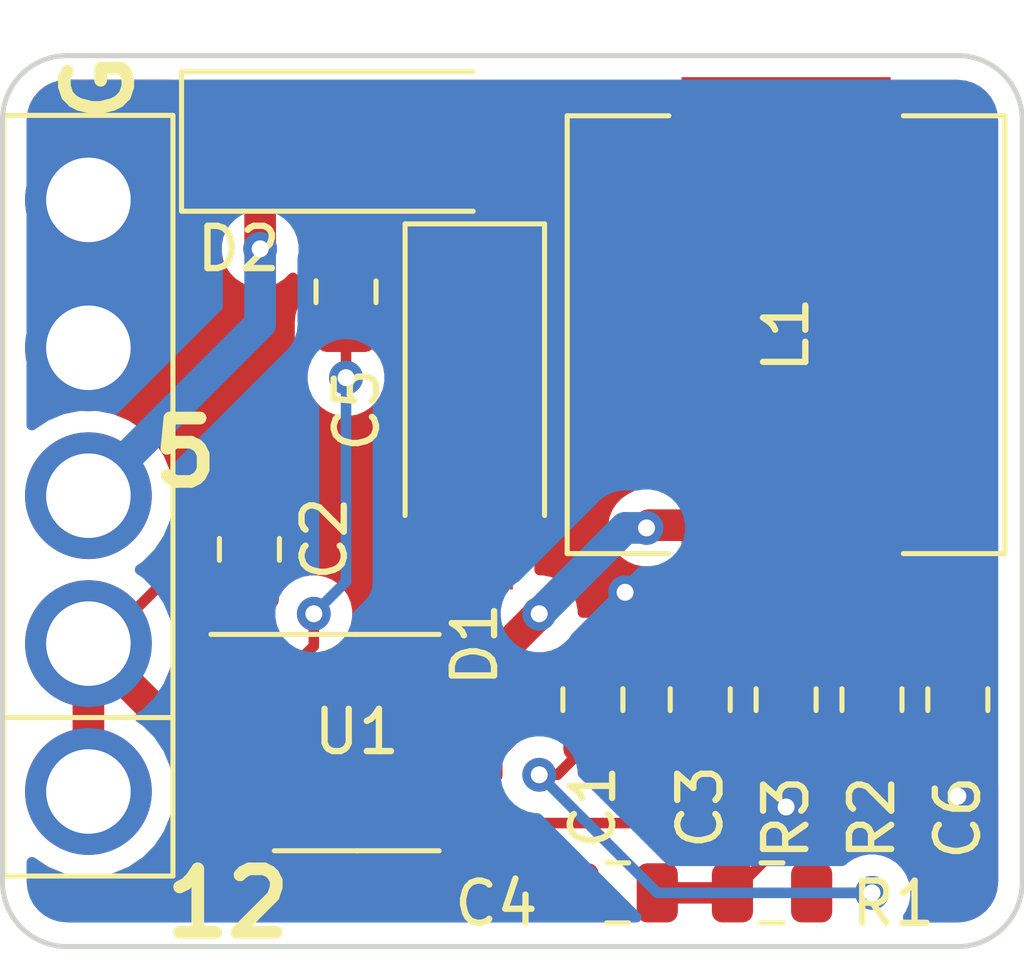
<source format=kicad_pcb>
(kicad_pcb (version 20171130) (host pcbnew "(5.1.4)-1")

  (general
    (thickness 1.6)
    (drawings 11)
    (tracks 63)
    (zones 0)
    (modules 14)
    (nets 12)
  )

  (page A4)
  (layers
    (0 F.Cu signal)
    (31 B.Cu signal)
    (32 B.Adhes user)
    (33 F.Adhes user)
    (34 B.Paste user)
    (35 F.Paste user)
    (36 B.SilkS user)
    (37 F.SilkS user)
    (38 B.Mask user)
    (39 F.Mask user)
    (40 Dwgs.User user)
    (41 Cmts.User user)
    (42 Eco1.User user)
    (43 Eco2.User user)
    (44 Edge.Cuts user)
    (45 Margin user)
    (46 B.CrtYd user)
    (47 F.CrtYd user)
    (48 B.Fab user hide)
    (49 F.Fab user hide)
  )

  (setup
    (last_trace_width 0.25)
    (user_trace_width 0.75)
    (trace_clearance 0.2)
    (zone_clearance 0.508)
    (zone_45_only no)
    (trace_min 0.2)
    (via_size 0.8)
    (via_drill 0.4)
    (via_min_size 0.4)
    (via_min_drill 0.3)
    (uvia_size 0.3)
    (uvia_drill 0.1)
    (uvias_allowed no)
    (uvia_min_size 0.2)
    (uvia_min_drill 0.1)
    (edge_width 0.05)
    (segment_width 0.2)
    (pcb_text_width 0.3)
    (pcb_text_size 1.5 1.5)
    (mod_edge_width 0.12)
    (mod_text_size 1 1)
    (mod_text_width 0.15)
    (pad_size 3 3)
    (pad_drill 2)
    (pad_to_mask_clearance 0.051)
    (solder_mask_min_width 0.25)
    (aux_axis_origin 0 0)
    (visible_elements 7FFFFFFF)
    (pcbplotparams
      (layerselection 0x010fc_ffffffff)
      (usegerberextensions false)
      (usegerberattributes false)
      (usegerberadvancedattributes false)
      (creategerberjobfile false)
      (excludeedgelayer true)
      (linewidth 0.100000)
      (plotframeref false)
      (viasonmask false)
      (mode 1)
      (useauxorigin false)
      (hpglpennumber 1)
      (hpglpenspeed 20)
      (hpglpendiameter 15.000000)
      (psnegative false)
      (psa4output false)
      (plotreference true)
      (plotvalue true)
      (plotinvisibletext false)
      (padsonsilk false)
      (subtractmaskfromsilk false)
      (outputformat 1)
      (mirror false)
      (drillshape 0)
      (scaleselection 1)
      (outputdirectory "fab"))
  )

  (net 0 "")
  (net 1 "Net-(C1-Pad2)")
  (net 2 "Net-(C1-Pad1)")
  (net 3 GND)
  (net 4 +12V)
  (net 5 "Net-(C4-Pad1)")
  (net 6 "Net-(C5-Pad2)")
  (net 7 "Net-(C5-Pad1)")
  (net 8 "Net-(C6-Pad1)")
  (net 9 +5V)
  (net 10 "Net-(R2-Pad2)")
  (net 11 "Net-(U1-Pad3)")

  (net_class Default "This is the default net class."
    (clearance 0.2)
    (trace_width 0.25)
    (via_dia 0.8)
    (via_drill 0.4)
    (uvia_dia 0.3)
    (uvia_drill 0.1)
    (add_net +12V)
    (add_net +5V)
    (add_net GND)
    (add_net "Net-(C1-Pad1)")
    (add_net "Net-(C1-Pad2)")
    (add_net "Net-(C4-Pad1)")
    (add_net "Net-(C5-Pad1)")
    (add_net "Net-(C5-Pad2)")
    (add_net "Net-(C6-Pad1)")
    (add_net "Net-(R2-Pad2)")
    (add_net "Net-(U1-Pad3)")
  )

  (module library:thick_header_01x05_3.3mm (layer F.Cu) (tedit 5FC1DF21) (tstamp 5FC1E0E0)
    (at 139.954 78.232 90)
    (path /5EA2E46F)
    (fp_text reference JIN1 (at 2.032 2.794 90) (layer F.Fab)
      (effects (font (size 1 1) (thickness 0.15)))
    )
    (fp_text value Conn_01x05 (at 0 -3 90) (layer F.Fab)
      (effects (font (size 1 1) (thickness 0.15)))
    )
    (fp_line (start -8.75 1.75) (end -8.75 -1.75) (layer F.CrtYd) (width 0.05))
    (fp_line (start 8.75 1.75) (end -8.75 1.75) (layer F.CrtYd) (width 0.05))
    (fp_line (start 8.75 -1.75) (end 8.75 1.75) (layer F.CrtYd) (width 0.05))
    (fp_line (start -8.75 -1.75) (end 8.75 -1.75) (layer F.CrtYd) (width 0.05))
    (fp_line (start -5.25 -2) (end -5.25 2) (layer F.SilkS) (width 0.12))
    (fp_line (start -9 2) (end -9 -2) (layer F.SilkS) (width 0.12))
    (fp_line (start 9 2) (end -9 2) (layer F.SilkS) (width 0.12))
    (fp_line (start 9 -2) (end 9 2) (layer F.SilkS) (width 0.12))
    (fp_line (start -9 -2) (end 9 -2) (layer F.SilkS) (width 0.12))
    (pad 5 thru_hole circle (at 7 0 90) (size 3 3) (drill 2) (layers *.Cu *.Mask)
      (net 3 GND) (zone_connect 2))
    (pad 4 thru_hole circle (at 3.5 0 90) (size 3 3) (drill 2) (layers *.Cu *.Mask)
      (net 3 GND) (zone_connect 2))
    (pad 3 thru_hole circle (at 0 0 90) (size 3 3) (drill 2) (layers *.Cu *.Mask)
      (net 9 +5V) (zone_connect 2))
    (pad 2 thru_hole circle (at -3.5 0 90) (size 3 3) (drill 2) (layers *.Cu *.Mask)
      (net 4 +12V) (zone_connect 2))
    (pad 1 thru_hole circle (at -7 0 90) (size 3 3) (drill 2) (layers *.Cu *.Mask)
      (net 4 +12V) (zone_connect 2))
  )

  (module Package_SO:SOIC-8_3.9x4.9mm_P1.27mm (layer F.Cu) (tedit 5C97300E) (tstamp 5FC2566D)
    (at 146.304 84.074)
    (descr "SOIC, 8 Pin (JEDEC MS-012AA, https://www.analog.com/media/en/package-pcb-resources/package/pkg_pdf/soic_narrow-r/r_8.pdf), generated with kicad-footprint-generator ipc_gullwing_generator.py")
    (tags "SOIC SO")
    (path /5FC2E056)
    (attr smd)
    (fp_text reference U1 (at 0 -0.254) (layer F.SilkS)
      (effects (font (size 1 1) (thickness 0.15)))
    )
    (fp_text value TPS54233 (at 0 3.4) (layer F.Fab)
      (effects (font (size 1 1) (thickness 0.15)))
    )
    (fp_text user %R (at 0 0) (layer F.Fab)
      (effects (font (size 0.98 0.98) (thickness 0.15)))
    )
    (fp_line (start 3.7 -2.7) (end -3.7 -2.7) (layer F.CrtYd) (width 0.05))
    (fp_line (start 3.7 2.7) (end 3.7 -2.7) (layer F.CrtYd) (width 0.05))
    (fp_line (start -3.7 2.7) (end 3.7 2.7) (layer F.CrtYd) (width 0.05))
    (fp_line (start -3.7 -2.7) (end -3.7 2.7) (layer F.CrtYd) (width 0.05))
    (fp_line (start -1.95 -1.475) (end -0.975 -2.45) (layer F.Fab) (width 0.1))
    (fp_line (start -1.95 2.45) (end -1.95 -1.475) (layer F.Fab) (width 0.1))
    (fp_line (start 1.95 2.45) (end -1.95 2.45) (layer F.Fab) (width 0.1))
    (fp_line (start 1.95 -2.45) (end 1.95 2.45) (layer F.Fab) (width 0.1))
    (fp_line (start -0.975 -2.45) (end 1.95 -2.45) (layer F.Fab) (width 0.1))
    (fp_line (start 0 -2.56) (end -3.45 -2.56) (layer F.SilkS) (width 0.12))
    (fp_line (start 0 -2.56) (end 1.95 -2.56) (layer F.SilkS) (width 0.12))
    (fp_line (start 0 2.56) (end -1.95 2.56) (layer F.SilkS) (width 0.12))
    (fp_line (start 0 2.56) (end 1.95 2.56) (layer F.SilkS) (width 0.12))
    (pad 8 smd roundrect (at 2.475 -1.905) (size 1.95 0.6) (layers F.Cu F.Paste F.Mask) (roundrect_rratio 0.25)
      (net 7 "Net-(C5-Pad1)"))
    (pad 7 smd roundrect (at 2.475 -0.635) (size 1.95 0.6) (layers F.Cu F.Paste F.Mask) (roundrect_rratio 0.25)
      (net 3 GND))
    (pad 6 smd roundrect (at 2.475 0.635) (size 1.95 0.6) (layers F.Cu F.Paste F.Mask) (roundrect_rratio 0.25)
      (net 2 "Net-(C1-Pad1)"))
    (pad 5 smd roundrect (at 2.475 1.905) (size 1.95 0.6) (layers F.Cu F.Paste F.Mask) (roundrect_rratio 0.25)
      (net 10 "Net-(R2-Pad2)"))
    (pad 4 smd roundrect (at -2.475 1.905) (size 1.95 0.6) (layers F.Cu F.Paste F.Mask) (roundrect_rratio 0.25)
      (net 5 "Net-(C4-Pad1)"))
    (pad 3 smd roundrect (at -2.475 0.635) (size 1.95 0.6) (layers F.Cu F.Paste F.Mask) (roundrect_rratio 0.25)
      (net 11 "Net-(U1-Pad3)"))
    (pad 2 smd roundrect (at -2.475 -0.635) (size 1.95 0.6) (layers F.Cu F.Paste F.Mask) (roundrect_rratio 0.25)
      (net 4 +12V))
    (pad 1 smd roundrect (at -2.475 -1.905) (size 1.95 0.6) (layers F.Cu F.Paste F.Mask) (roundrect_rratio 0.25)
      (net 6 "Net-(C5-Pad2)"))
    (model ${KISYS3DMOD}/Package_SO.3dshapes/SOIC-8_3.9x4.9mm_P1.27mm.wrl
      (at (xyz 0 0 0))
      (scale (xyz 1 1 1))
      (rotate (xyz 0 0 0))
    )
  )

  (module Resistor_SMD:R_0805_2012Metric (layer F.Cu) (tedit 5B36C52B) (tstamp 5FC25653)
    (at 156.464 83.058 90)
    (descr "Resistor SMD 0805 (2012 Metric), square (rectangular) end terminal, IPC_7351 nominal, (Body size source: https://docs.google.com/spreadsheets/d/1BsfQQcO9C6DZCsRaXUlFlo91Tg2WpOkGARC1WS5S8t0/edit?usp=sharing), generated with kicad-footprint-generator")
    (tags resistor)
    (path /5FCBF0FD)
    (attr smd)
    (fp_text reference R3 (at -2.794 0 90) (layer F.SilkS)
      (effects (font (size 1 1) (thickness 0.15)))
    )
    (fp_text value 1.91k (at 0 1.65 90) (layer F.Fab)
      (effects (font (size 1 1) (thickness 0.15)))
    )
    (fp_text user %R (at 0 0 90) (layer F.Fab)
      (effects (font (size 0.5 0.5) (thickness 0.08)))
    )
    (fp_line (start 1.68 0.95) (end -1.68 0.95) (layer F.CrtYd) (width 0.05))
    (fp_line (start 1.68 -0.95) (end 1.68 0.95) (layer F.CrtYd) (width 0.05))
    (fp_line (start -1.68 -0.95) (end 1.68 -0.95) (layer F.CrtYd) (width 0.05))
    (fp_line (start -1.68 0.95) (end -1.68 -0.95) (layer F.CrtYd) (width 0.05))
    (fp_line (start -0.258578 0.71) (end 0.258578 0.71) (layer F.SilkS) (width 0.12))
    (fp_line (start -0.258578 -0.71) (end 0.258578 -0.71) (layer F.SilkS) (width 0.12))
    (fp_line (start 1 0.6) (end -1 0.6) (layer F.Fab) (width 0.1))
    (fp_line (start 1 -0.6) (end 1 0.6) (layer F.Fab) (width 0.1))
    (fp_line (start -1 -0.6) (end 1 -0.6) (layer F.Fab) (width 0.1))
    (fp_line (start -1 0.6) (end -1 -0.6) (layer F.Fab) (width 0.1))
    (pad 2 smd roundrect (at 0.9375 0 90) (size 0.975 1.4) (layers F.Cu F.Paste F.Mask) (roundrect_rratio 0.25)
      (net 3 GND))
    (pad 1 smd roundrect (at -0.9375 0 90) (size 0.975 1.4) (layers F.Cu F.Paste F.Mask) (roundrect_rratio 0.25)
      (net 10 "Net-(R2-Pad2)"))
    (model ${KISYS3DMOD}/Resistor_SMD.3dshapes/R_0805_2012Metric.wrl
      (at (xyz 0 0 0))
      (scale (xyz 1 1 1))
      (rotate (xyz 0 0 0))
    )
  )

  (module Resistor_SMD:R_0805_2012Metric (layer F.Cu) (tedit 5B36C52B) (tstamp 5FC25642)
    (at 158.496 83.058 270)
    (descr "Resistor SMD 0805 (2012 Metric), square (rectangular) end terminal, IPC_7351 nominal, (Body size source: https://docs.google.com/spreadsheets/d/1BsfQQcO9C6DZCsRaXUlFlo91Tg2WpOkGARC1WS5S8t0/edit?usp=sharing), generated with kicad-footprint-generator")
    (tags resistor)
    (path /5FCBAD5F)
    (attr smd)
    (fp_text reference R2 (at 2.794 0 90) (layer F.SilkS)
      (effects (font (size 1 1) (thickness 0.15)))
    )
    (fp_text value 10k (at 0 1.65 90) (layer F.Fab)
      (effects (font (size 1 1) (thickness 0.15)))
    )
    (fp_text user %R (at 0 0 90) (layer F.Fab)
      (effects (font (size 0.5 0.5) (thickness 0.08)))
    )
    (fp_line (start 1.68 0.95) (end -1.68 0.95) (layer F.CrtYd) (width 0.05))
    (fp_line (start 1.68 -0.95) (end 1.68 0.95) (layer F.CrtYd) (width 0.05))
    (fp_line (start -1.68 -0.95) (end 1.68 -0.95) (layer F.CrtYd) (width 0.05))
    (fp_line (start -1.68 0.95) (end -1.68 -0.95) (layer F.CrtYd) (width 0.05))
    (fp_line (start -0.258578 0.71) (end 0.258578 0.71) (layer F.SilkS) (width 0.12))
    (fp_line (start -0.258578 -0.71) (end 0.258578 -0.71) (layer F.SilkS) (width 0.12))
    (fp_line (start 1 0.6) (end -1 0.6) (layer F.Fab) (width 0.1))
    (fp_line (start 1 -0.6) (end 1 0.6) (layer F.Fab) (width 0.1))
    (fp_line (start -1 -0.6) (end 1 -0.6) (layer F.Fab) (width 0.1))
    (fp_line (start -1 0.6) (end -1 -0.6) (layer F.Fab) (width 0.1))
    (pad 2 smd roundrect (at 0.9375 0 270) (size 0.975 1.4) (layers F.Cu F.Paste F.Mask) (roundrect_rratio 0.25)
      (net 10 "Net-(R2-Pad2)"))
    (pad 1 smd roundrect (at -0.9375 0 270) (size 0.975 1.4) (layers F.Cu F.Paste F.Mask) (roundrect_rratio 0.25)
      (net 8 "Net-(C6-Pad1)"))
    (model ${KISYS3DMOD}/Resistor_SMD.3dshapes/R_0805_2012Metric.wrl
      (at (xyz 0 0 0))
      (scale (xyz 1 1 1))
      (rotate (xyz 0 0 0))
    )
  )

  (module Resistor_SMD:R_0805_2012Metric (layer F.Cu) (tedit 5B36C52B) (tstamp 5FC25631)
    (at 156.1315 87.63 180)
    (descr "Resistor SMD 0805 (2012 Metric), square (rectangular) end terminal, IPC_7351 nominal, (Body size source: https://docs.google.com/spreadsheets/d/1BsfQQcO9C6DZCsRaXUlFlo91Tg2WpOkGARC1WS5S8t0/edit?usp=sharing), generated with kicad-footprint-generator")
    (tags resistor)
    (path /5FC5CC3B)
    (attr smd)
    (fp_text reference R1 (at -2.8725 -0.254) (layer F.SilkS)
      (effects (font (size 1 1) (thickness 0.15)))
    )
    (fp_text value 21k (at 0 1.65) (layer F.Fab)
      (effects (font (size 1 1) (thickness 0.15)))
    )
    (fp_text user %R (at 0 0) (layer F.Fab)
      (effects (font (size 0.5 0.5) (thickness 0.08)))
    )
    (fp_line (start 1.68 0.95) (end -1.68 0.95) (layer F.CrtYd) (width 0.05))
    (fp_line (start 1.68 -0.95) (end 1.68 0.95) (layer F.CrtYd) (width 0.05))
    (fp_line (start -1.68 -0.95) (end 1.68 -0.95) (layer F.CrtYd) (width 0.05))
    (fp_line (start -1.68 0.95) (end -1.68 -0.95) (layer F.CrtYd) (width 0.05))
    (fp_line (start -0.258578 0.71) (end 0.258578 0.71) (layer F.SilkS) (width 0.12))
    (fp_line (start -0.258578 -0.71) (end 0.258578 -0.71) (layer F.SilkS) (width 0.12))
    (fp_line (start 1 0.6) (end -1 0.6) (layer F.Fab) (width 0.1))
    (fp_line (start 1 -0.6) (end 1 0.6) (layer F.Fab) (width 0.1))
    (fp_line (start -1 -0.6) (end 1 -0.6) (layer F.Fab) (width 0.1))
    (fp_line (start -1 0.6) (end -1 -0.6) (layer F.Fab) (width 0.1))
    (pad 2 smd roundrect (at 0.9375 0 180) (size 0.975 1.4) (layers F.Cu F.Paste F.Mask) (roundrect_rratio 0.25)
      (net 3 GND))
    (pad 1 smd roundrect (at -0.9375 0 180) (size 0.975 1.4) (layers F.Cu F.Paste F.Mask) (roundrect_rratio 0.25)
      (net 1 "Net-(C1-Pad2)"))
    (model ${KISYS3DMOD}/Resistor_SMD.3dshapes/R_0805_2012Metric.wrl
      (at (xyz 0 0 0))
      (scale (xyz 1 1 1))
      (rotate (xyz 0 0 0))
    )
  )

  (module Inductor_SMD:L_Vishay_IHLP-4040 (layer F.Cu) (tedit 5990349D) (tstamp 5FC25620)
    (at 156.464 74.422 90)
    (descr "Inductor, Vishay, IHLP series, 10.2mmx10.2mm")
    (tags "inductor vishay ihlp smd")
    (path /5FC9734C)
    (attr smd)
    (fp_text reference L1 (at 0 0 90) (layer F.SilkS)
      (effects (font (size 1 1) (thickness 0.15)))
    )
    (fp_text value 22u (at 0 6.58 90) (layer F.Fab)
      (effects (font (size 1 1) (thickness 0.15)))
    )
    (fp_line (start 6.35 -5.35) (end -6.35 -5.35) (layer F.CrtYd) (width 0.05))
    (fp_line (start 6.35 5.35) (end 6.35 -5.35) (layer F.CrtYd) (width 0.05))
    (fp_line (start -6.35 5.35) (end 6.35 5.35) (layer F.CrtYd) (width 0.05))
    (fp_line (start -6.35 -5.35) (end -6.35 5.35) (layer F.CrtYd) (width 0.05))
    (fp_line (start 5.18 5.18) (end 5.18 2.775) (layer F.SilkS) (width 0.12))
    (fp_line (start -5.18 5.18) (end 5.18 5.18) (layer F.SilkS) (width 0.12))
    (fp_line (start -5.18 2.775) (end -5.18 5.18) (layer F.SilkS) (width 0.12))
    (fp_line (start 5.18 -5.18) (end 5.18 -2.775) (layer F.SilkS) (width 0.12))
    (fp_line (start -5.18 -5.18) (end 5.18 -5.18) (layer F.SilkS) (width 0.12))
    (fp_line (start -5.18 -2.775) (end -5.18 -5.18) (layer F.SilkS) (width 0.12))
    (fp_line (start 5.08 -5.08) (end -5.08 -5.08) (layer F.Fab) (width 0.1))
    (fp_line (start 5.08 5.08) (end 5.08 -5.08) (layer F.Fab) (width 0.1))
    (fp_line (start -5.08 5.08) (end 5.08 5.08) (layer F.Fab) (width 0.1))
    (fp_line (start -5.08 -5.08) (end -5.08 5.08) (layer F.Fab) (width 0.1))
    (fp_text user %R (at 0 0 90) (layer F.Fab)
      (effects (font (size 1 1) (thickness 0.15)))
    )
    (pad 2 smd rect (at 4.5075 0 90) (size 3.175 4.95) (layers F.Cu F.Paste F.Mask)
      (net 8 "Net-(C6-Pad1)"))
    (pad 1 smd rect (at -4.5075 0 90) (size 3.175 4.95) (layers F.Cu F.Paste F.Mask)
      (net 7 "Net-(C5-Pad1)"))
    (model ${KISYS3DMOD}/Inductor_SMD.3dshapes/L_Vishay_IHLP-4040.wrl
      (at (xyz 0 0 0))
      (scale (xyz 1 1 1))
      (rotate (xyz 0 0 0))
    )
  )

  (module Diode_SMD:D_SMA_Handsoldering (layer F.Cu) (tedit 58643398) (tstamp 5FC2560B)
    (at 146.558 69.85)
    (descr "Diode SMA (DO-214AC) Handsoldering")
    (tags "Diode SMA (DO-214AC) Handsoldering")
    (path /5FCAE4FD)
    (attr smd)
    (fp_text reference D2 (at -3.048 2.54) (layer F.SilkS)
      (effects (font (size 1 1) (thickness 0.15)))
    )
    (fp_text value B240A (at 0 2.6) (layer F.Fab)
      (effects (font (size 1 1) (thickness 0.15)))
    )
    (fp_line (start -4.4 -1.65) (end 2.5 -1.65) (layer F.SilkS) (width 0.12))
    (fp_line (start -4.4 1.65) (end 2.5 1.65) (layer F.SilkS) (width 0.12))
    (fp_line (start -0.64944 0.00102) (end 0.50118 -0.79908) (layer F.Fab) (width 0.1))
    (fp_line (start -0.64944 0.00102) (end 0.50118 0.75032) (layer F.Fab) (width 0.1))
    (fp_line (start 0.50118 0.75032) (end 0.50118 -0.79908) (layer F.Fab) (width 0.1))
    (fp_line (start -0.64944 -0.79908) (end -0.64944 0.80112) (layer F.Fab) (width 0.1))
    (fp_line (start 0.50118 0.00102) (end 1.4994 0.00102) (layer F.Fab) (width 0.1))
    (fp_line (start -0.64944 0.00102) (end -1.55114 0.00102) (layer F.Fab) (width 0.1))
    (fp_line (start -4.5 1.75) (end -4.5 -1.75) (layer F.CrtYd) (width 0.05))
    (fp_line (start 4.5 1.75) (end -4.5 1.75) (layer F.CrtYd) (width 0.05))
    (fp_line (start 4.5 -1.75) (end 4.5 1.75) (layer F.CrtYd) (width 0.05))
    (fp_line (start -4.5 -1.75) (end 4.5 -1.75) (layer F.CrtYd) (width 0.05))
    (fp_line (start 2.3 -1.5) (end -2.3 -1.5) (layer F.Fab) (width 0.1))
    (fp_line (start 2.3 -1.5) (end 2.3 1.5) (layer F.Fab) (width 0.1))
    (fp_line (start -2.3 1.5) (end -2.3 -1.5) (layer F.Fab) (width 0.1))
    (fp_line (start 2.3 1.5) (end -2.3 1.5) (layer F.Fab) (width 0.1))
    (fp_line (start -4.4 -1.65) (end -4.4 1.65) (layer F.SilkS) (width 0.12))
    (fp_text user %R (at 0 -2.5) (layer F.Fab)
      (effects (font (size 1 1) (thickness 0.15)))
    )
    (pad 2 smd rect (at 2.5 0) (size 3.5 1.8) (layers F.Cu F.Paste F.Mask)
      (net 8 "Net-(C6-Pad1)"))
    (pad 1 smd rect (at -2.5 0) (size 3.5 1.8) (layers F.Cu F.Paste F.Mask)
      (net 9 +5V))
    (model ${KISYS3DMOD}/Diode_SMD.3dshapes/D_SMA.wrl
      (at (xyz 0 0 0))
      (scale (xyz 1 1 1))
      (rotate (xyz 0 0 0))
    )
  )

  (module Diode_SMD:D_SMA_Handsoldering (layer F.Cu) (tedit 58643398) (tstamp 5FC255F3)
    (at 149.098 76.2 270)
    (descr "Diode SMA (DO-214AC) Handsoldering")
    (tags "Diode SMA (DO-214AC) Handsoldering")
    (path /5FC8EC9D)
    (attr smd)
    (fp_text reference D1 (at 5.548 0 90) (layer F.SilkS)
      (effects (font (size 1 1) (thickness 0.15)))
    )
    (fp_text value B240A (at 0 2.6 90) (layer F.Fab)
      (effects (font (size 1 1) (thickness 0.15)))
    )
    (fp_line (start -4.4 -1.65) (end 2.5 -1.65) (layer F.SilkS) (width 0.12))
    (fp_line (start -4.4 1.65) (end 2.5 1.65) (layer F.SilkS) (width 0.12))
    (fp_line (start -0.64944 0.00102) (end 0.50118 -0.79908) (layer F.Fab) (width 0.1))
    (fp_line (start -0.64944 0.00102) (end 0.50118 0.75032) (layer F.Fab) (width 0.1))
    (fp_line (start 0.50118 0.75032) (end 0.50118 -0.79908) (layer F.Fab) (width 0.1))
    (fp_line (start -0.64944 -0.79908) (end -0.64944 0.80112) (layer F.Fab) (width 0.1))
    (fp_line (start 0.50118 0.00102) (end 1.4994 0.00102) (layer F.Fab) (width 0.1))
    (fp_line (start -0.64944 0.00102) (end -1.55114 0.00102) (layer F.Fab) (width 0.1))
    (fp_line (start -4.5 1.75) (end -4.5 -1.75) (layer F.CrtYd) (width 0.05))
    (fp_line (start 4.5 1.75) (end -4.5 1.75) (layer F.CrtYd) (width 0.05))
    (fp_line (start 4.5 -1.75) (end 4.5 1.75) (layer F.CrtYd) (width 0.05))
    (fp_line (start -4.5 -1.75) (end 4.5 -1.75) (layer F.CrtYd) (width 0.05))
    (fp_line (start 2.3 -1.5) (end -2.3 -1.5) (layer F.Fab) (width 0.1))
    (fp_line (start 2.3 -1.5) (end 2.3 1.5) (layer F.Fab) (width 0.1))
    (fp_line (start -2.3 1.5) (end -2.3 -1.5) (layer F.Fab) (width 0.1))
    (fp_line (start 2.3 1.5) (end -2.3 1.5) (layer F.Fab) (width 0.1))
    (fp_line (start -4.4 -1.65) (end -4.4 1.65) (layer F.SilkS) (width 0.12))
    (fp_text user %R (at 0 -2.5 90) (layer F.Fab)
      (effects (font (size 1 1) (thickness 0.15)))
    )
    (pad 2 smd rect (at 2.5 0 270) (size 3.5 1.8) (layers F.Cu F.Paste F.Mask)
      (net 3 GND))
    (pad 1 smd rect (at -2.5 0 270) (size 3.5 1.8) (layers F.Cu F.Paste F.Mask)
      (net 7 "Net-(C5-Pad1)"))
    (model ${KISYS3DMOD}/Diode_SMD.3dshapes/D_SMA.wrl
      (at (xyz 0 0 0))
      (scale (xyz 1 1 1))
      (rotate (xyz 0 0 0))
    )
  )

  (module Capacitor_SMD:C_0805_2012Metric (layer F.Cu) (tedit 5B36C52B) (tstamp 5FC255DB)
    (at 160.528 83.058 270)
    (descr "Capacitor SMD 0805 (2012 Metric), square (rectangular) end terminal, IPC_7351 nominal, (Body size source: https://docs.google.com/spreadsheets/d/1BsfQQcO9C6DZCsRaXUlFlo91Tg2WpOkGARC1WS5S8t0/edit?usp=sharing), generated with kicad-footprint-generator")
    (tags capacitor)
    (path /5FC9E322)
    (attr smd)
    (fp_text reference C6 (at 2.794 0 90) (layer F.SilkS)
      (effects (font (size 1 1) (thickness 0.15)))
    )
    (fp_text value 47u (at 0 1.65 90) (layer F.Fab)
      (effects (font (size 1 1) (thickness 0.15)))
    )
    (fp_text user %R (at 0 0 90) (layer F.Fab)
      (effects (font (size 0.5 0.5) (thickness 0.08)))
    )
    (fp_line (start 1.68 0.95) (end -1.68 0.95) (layer F.CrtYd) (width 0.05))
    (fp_line (start 1.68 -0.95) (end 1.68 0.95) (layer F.CrtYd) (width 0.05))
    (fp_line (start -1.68 -0.95) (end 1.68 -0.95) (layer F.CrtYd) (width 0.05))
    (fp_line (start -1.68 0.95) (end -1.68 -0.95) (layer F.CrtYd) (width 0.05))
    (fp_line (start -0.258578 0.71) (end 0.258578 0.71) (layer F.SilkS) (width 0.12))
    (fp_line (start -0.258578 -0.71) (end 0.258578 -0.71) (layer F.SilkS) (width 0.12))
    (fp_line (start 1 0.6) (end -1 0.6) (layer F.Fab) (width 0.1))
    (fp_line (start 1 -0.6) (end 1 0.6) (layer F.Fab) (width 0.1))
    (fp_line (start -1 -0.6) (end 1 -0.6) (layer F.Fab) (width 0.1))
    (fp_line (start -1 0.6) (end -1 -0.6) (layer F.Fab) (width 0.1))
    (pad 2 smd roundrect (at 0.9375 0 270) (size 0.975 1.4) (layers F.Cu F.Paste F.Mask) (roundrect_rratio 0.25)
      (net 3 GND))
    (pad 1 smd roundrect (at -0.9375 0 270) (size 0.975 1.4) (layers F.Cu F.Paste F.Mask) (roundrect_rratio 0.25)
      (net 8 "Net-(C6-Pad1)"))
    (model ${KISYS3DMOD}/Capacitor_SMD.3dshapes/C_0805_2012Metric.wrl
      (at (xyz 0 0 0))
      (scale (xyz 1 1 1))
      (rotate (xyz 0 0 0))
    )
  )

  (module Capacitor_SMD:C_0805_2012Metric (layer F.Cu) (tedit 5B36C52B) (tstamp 5FC255CA)
    (at 146.05 73.406 270)
    (descr "Capacitor SMD 0805 (2012 Metric), square (rectangular) end terminal, IPC_7351 nominal, (Body size source: https://docs.google.com/spreadsheets/d/1BsfQQcO9C6DZCsRaXUlFlo91Tg2WpOkGARC1WS5S8t0/edit?usp=sharing), generated with kicad-footprint-generator")
    (tags capacitor)
    (path /5FC86EA2)
    (attr smd)
    (fp_text reference C5 (at 2.794 -0.254 90) (layer F.SilkS)
      (effects (font (size 1 1) (thickness 0.15)))
    )
    (fp_text value 0.1u (at 0 1.65 90) (layer F.Fab)
      (effects (font (size 1 1) (thickness 0.15)))
    )
    (fp_text user %R (at 0 0 90) (layer F.Fab)
      (effects (font (size 0.5 0.5) (thickness 0.08)))
    )
    (fp_line (start 1.68 0.95) (end -1.68 0.95) (layer F.CrtYd) (width 0.05))
    (fp_line (start 1.68 -0.95) (end 1.68 0.95) (layer F.CrtYd) (width 0.05))
    (fp_line (start -1.68 -0.95) (end 1.68 -0.95) (layer F.CrtYd) (width 0.05))
    (fp_line (start -1.68 0.95) (end -1.68 -0.95) (layer F.CrtYd) (width 0.05))
    (fp_line (start -0.258578 0.71) (end 0.258578 0.71) (layer F.SilkS) (width 0.12))
    (fp_line (start -0.258578 -0.71) (end 0.258578 -0.71) (layer F.SilkS) (width 0.12))
    (fp_line (start 1 0.6) (end -1 0.6) (layer F.Fab) (width 0.1))
    (fp_line (start 1 -0.6) (end 1 0.6) (layer F.Fab) (width 0.1))
    (fp_line (start -1 -0.6) (end 1 -0.6) (layer F.Fab) (width 0.1))
    (fp_line (start -1 0.6) (end -1 -0.6) (layer F.Fab) (width 0.1))
    (pad 2 smd roundrect (at 0.9375 0 270) (size 0.975 1.4) (layers F.Cu F.Paste F.Mask) (roundrect_rratio 0.25)
      (net 6 "Net-(C5-Pad2)"))
    (pad 1 smd roundrect (at -0.9375 0 270) (size 0.975 1.4) (layers F.Cu F.Paste F.Mask) (roundrect_rratio 0.25)
      (net 7 "Net-(C5-Pad1)"))
    (model ${KISYS3DMOD}/Capacitor_SMD.3dshapes/C_0805_2012Metric.wrl
      (at (xyz 0 0 0))
      (scale (xyz 1 1 1))
      (rotate (xyz 0 0 0))
    )
  )

  (module Capacitor_SMD:C_0805_2012Metric (layer F.Cu) (tedit 5B36C52B) (tstamp 5FC255B9)
    (at 152.4785 87.63)
    (descr "Capacitor SMD 0805 (2012 Metric), square (rectangular) end terminal, IPC_7351 nominal, (Body size source: https://docs.google.com/spreadsheets/d/1BsfQQcO9C6DZCsRaXUlFlo91Tg2WpOkGARC1WS5S8t0/edit?usp=sharing), generated with kicad-footprint-generator")
    (tags capacitor)
    (path /5FC76CEC)
    (attr smd)
    (fp_text reference C4 (at -2.8725 0.254) (layer F.SilkS)
      (effects (font (size 1 1) (thickness 0.15)))
    )
    (fp_text value 0.015u (at 0 1.65) (layer F.Fab)
      (effects (font (size 1 1) (thickness 0.15)))
    )
    (fp_text user %R (at 0 0) (layer F.Fab)
      (effects (font (size 0.5 0.5) (thickness 0.08)))
    )
    (fp_line (start 1.68 0.95) (end -1.68 0.95) (layer F.CrtYd) (width 0.05))
    (fp_line (start 1.68 -0.95) (end 1.68 0.95) (layer F.CrtYd) (width 0.05))
    (fp_line (start -1.68 -0.95) (end 1.68 -0.95) (layer F.CrtYd) (width 0.05))
    (fp_line (start -1.68 0.95) (end -1.68 -0.95) (layer F.CrtYd) (width 0.05))
    (fp_line (start -0.258578 0.71) (end 0.258578 0.71) (layer F.SilkS) (width 0.12))
    (fp_line (start -0.258578 -0.71) (end 0.258578 -0.71) (layer F.SilkS) (width 0.12))
    (fp_line (start 1 0.6) (end -1 0.6) (layer F.Fab) (width 0.1))
    (fp_line (start 1 -0.6) (end 1 0.6) (layer F.Fab) (width 0.1))
    (fp_line (start -1 -0.6) (end 1 -0.6) (layer F.Fab) (width 0.1))
    (fp_line (start -1 0.6) (end -1 -0.6) (layer F.Fab) (width 0.1))
    (pad 2 smd roundrect (at 0.9375 0) (size 0.975 1.4) (layers F.Cu F.Paste F.Mask) (roundrect_rratio 0.25)
      (net 3 GND))
    (pad 1 smd roundrect (at -0.9375 0) (size 0.975 1.4) (layers F.Cu F.Paste F.Mask) (roundrect_rratio 0.25)
      (net 5 "Net-(C4-Pad1)"))
    (model ${KISYS3DMOD}/Capacitor_SMD.3dshapes/C_0805_2012Metric.wrl
      (at (xyz 0 0 0))
      (scale (xyz 1 1 1))
      (rotate (xyz 0 0 0))
    )
  )

  (module Capacitor_SMD:C_0805_2012Metric (layer F.Cu) (tedit 5B36C52B) (tstamp 5FC255A8)
    (at 154.432 83.058 90)
    (descr "Capacitor SMD 0805 (2012 Metric), square (rectangular) end terminal, IPC_7351 nominal, (Body size source: https://docs.google.com/spreadsheets/d/1BsfQQcO9C6DZCsRaXUlFlo91Tg2WpOkGARC1WS5S8t0/edit?usp=sharing), generated with kicad-footprint-generator")
    (tags capacitor)
    (path /5FC5AA7D)
    (attr smd)
    (fp_text reference C3 (at -2.54 0 90) (layer F.SilkS)
      (effects (font (size 1 1) (thickness 0.15)))
    )
    (fp_text value 68p (at 0 1.65 90) (layer F.Fab)
      (effects (font (size 1 1) (thickness 0.15)))
    )
    (fp_text user %R (at 0 0 90) (layer F.Fab)
      (effects (font (size 0.5 0.5) (thickness 0.08)))
    )
    (fp_line (start 1.68 0.95) (end -1.68 0.95) (layer F.CrtYd) (width 0.05))
    (fp_line (start 1.68 -0.95) (end 1.68 0.95) (layer F.CrtYd) (width 0.05))
    (fp_line (start -1.68 -0.95) (end 1.68 -0.95) (layer F.CrtYd) (width 0.05))
    (fp_line (start -1.68 0.95) (end -1.68 -0.95) (layer F.CrtYd) (width 0.05))
    (fp_line (start -0.258578 0.71) (end 0.258578 0.71) (layer F.SilkS) (width 0.12))
    (fp_line (start -0.258578 -0.71) (end 0.258578 -0.71) (layer F.SilkS) (width 0.12))
    (fp_line (start 1 0.6) (end -1 0.6) (layer F.Fab) (width 0.1))
    (fp_line (start 1 -0.6) (end 1 0.6) (layer F.Fab) (width 0.1))
    (fp_line (start -1 -0.6) (end 1 -0.6) (layer F.Fab) (width 0.1))
    (fp_line (start -1 0.6) (end -1 -0.6) (layer F.Fab) (width 0.1))
    (pad 2 smd roundrect (at 0.9375 0 90) (size 0.975 1.4) (layers F.Cu F.Paste F.Mask) (roundrect_rratio 0.25)
      (net 3 GND))
    (pad 1 smd roundrect (at -0.9375 0 90) (size 0.975 1.4) (layers F.Cu F.Paste F.Mask) (roundrect_rratio 0.25)
      (net 2 "Net-(C1-Pad1)"))
    (model ${KISYS3DMOD}/Capacitor_SMD.3dshapes/C_0805_2012Metric.wrl
      (at (xyz 0 0 0))
      (scale (xyz 1 1 1))
      (rotate (xyz 0 0 0))
    )
  )

  (module Capacitor_SMD:C_0805_2012Metric (layer F.Cu) (tedit 5B36C52B) (tstamp 5FC25597)
    (at 143.764 79.502 90)
    (descr "Capacitor SMD 0805 (2012 Metric), square (rectangular) end terminal, IPC_7351 nominal, (Body size source: https://docs.google.com/spreadsheets/d/1BsfQQcO9C6DZCsRaXUlFlo91Tg2WpOkGARC1WS5S8t0/edit?usp=sharing), generated with kicad-footprint-generator")
    (tags capacitor)
    (path /5FC35A23)
    (attr smd)
    (fp_text reference C2 (at 0.254 1.778 90) (layer F.SilkS)
      (effects (font (size 1 1) (thickness 0.15)))
    )
    (fp_text value 10u (at 0 1.65 90) (layer F.Fab)
      (effects (font (size 1 1) (thickness 0.15)))
    )
    (fp_text user %R (at 0 0 90) (layer F.Fab)
      (effects (font (size 0.5 0.5) (thickness 0.08)))
    )
    (fp_line (start 1.68 0.95) (end -1.68 0.95) (layer F.CrtYd) (width 0.05))
    (fp_line (start 1.68 -0.95) (end 1.68 0.95) (layer F.CrtYd) (width 0.05))
    (fp_line (start -1.68 -0.95) (end 1.68 -0.95) (layer F.CrtYd) (width 0.05))
    (fp_line (start -1.68 0.95) (end -1.68 -0.95) (layer F.CrtYd) (width 0.05))
    (fp_line (start -0.258578 0.71) (end 0.258578 0.71) (layer F.SilkS) (width 0.12))
    (fp_line (start -0.258578 -0.71) (end 0.258578 -0.71) (layer F.SilkS) (width 0.12))
    (fp_line (start 1 0.6) (end -1 0.6) (layer F.Fab) (width 0.1))
    (fp_line (start 1 -0.6) (end 1 0.6) (layer F.Fab) (width 0.1))
    (fp_line (start -1 -0.6) (end 1 -0.6) (layer F.Fab) (width 0.1))
    (fp_line (start -1 0.6) (end -1 -0.6) (layer F.Fab) (width 0.1))
    (pad 2 smd roundrect (at 0.9375 0 90) (size 0.975 1.4) (layers F.Cu F.Paste F.Mask) (roundrect_rratio 0.25)
      (net 3 GND))
    (pad 1 smd roundrect (at -0.9375 0 90) (size 0.975 1.4) (layers F.Cu F.Paste F.Mask) (roundrect_rratio 0.25)
      (net 4 +12V))
    (model ${KISYS3DMOD}/Capacitor_SMD.3dshapes/C_0805_2012Metric.wrl
      (at (xyz 0 0 0))
      (scale (xyz 1 1 1))
      (rotate (xyz 0 0 0))
    )
  )

  (module Capacitor_SMD:C_0805_2012Metric (layer F.Cu) (tedit 5B36C52B) (tstamp 5FC25586)
    (at 151.892 83.058 270)
    (descr "Capacitor SMD 0805 (2012 Metric), square (rectangular) end terminal, IPC_7351 nominal, (Body size source: https://docs.google.com/spreadsheets/d/1BsfQQcO9C6DZCsRaXUlFlo91Tg2WpOkGARC1WS5S8t0/edit?usp=sharing), generated with kicad-footprint-generator")
    (tags capacitor)
    (path /5FC5874D)
    (attr smd)
    (fp_text reference C1 (at 2.54 0 90) (layer F.SilkS)
      (effects (font (size 1 1) (thickness 0.15)))
    )
    (fp_text value 1800p (at 0 1.65 90) (layer F.Fab)
      (effects (font (size 1 1) (thickness 0.15)))
    )
    (fp_text user %R (at 0 0 90) (layer F.Fab)
      (effects (font (size 0.5 0.5) (thickness 0.08)))
    )
    (fp_line (start 1.68 0.95) (end -1.68 0.95) (layer F.CrtYd) (width 0.05))
    (fp_line (start 1.68 -0.95) (end 1.68 0.95) (layer F.CrtYd) (width 0.05))
    (fp_line (start -1.68 -0.95) (end 1.68 -0.95) (layer F.CrtYd) (width 0.05))
    (fp_line (start -1.68 0.95) (end -1.68 -0.95) (layer F.CrtYd) (width 0.05))
    (fp_line (start -0.258578 0.71) (end 0.258578 0.71) (layer F.SilkS) (width 0.12))
    (fp_line (start -0.258578 -0.71) (end 0.258578 -0.71) (layer F.SilkS) (width 0.12))
    (fp_line (start 1 0.6) (end -1 0.6) (layer F.Fab) (width 0.1))
    (fp_line (start 1 -0.6) (end 1 0.6) (layer F.Fab) (width 0.1))
    (fp_line (start -1 -0.6) (end 1 -0.6) (layer F.Fab) (width 0.1))
    (fp_line (start -1 0.6) (end -1 -0.6) (layer F.Fab) (width 0.1))
    (pad 2 smd roundrect (at 0.9375 0 270) (size 0.975 1.4) (layers F.Cu F.Paste F.Mask) (roundrect_rratio 0.25)
      (net 1 "Net-(C1-Pad2)"))
    (pad 1 smd roundrect (at -0.9375 0 270) (size 0.975 1.4) (layers F.Cu F.Paste F.Mask) (roundrect_rratio 0.25)
      (net 2 "Net-(C1-Pad1)"))
    (model ${KISYS3DMOD}/Capacitor_SMD.3dshapes/C_0805_2012Metric.wrl
      (at (xyz 0 0 0))
      (scale (xyz 1 1 1))
      (rotate (xyz 0 0 0))
    )
  )

  (gr_text 5 (at 142.24 77.216) (layer F.SilkS) (tstamp 5FC1EE7F)
    (effects (font (size 1.5 1.5) (thickness 0.3)))
  )
  (gr_text G (at 140.208 68.58 90) (layer F.SilkS) (tstamp 5FC1EE85)
    (effects (font (size 1.5 1.5) (thickness 0.3)))
  )
  (gr_text 12 (at 143.256 87.884) (layer F.SilkS)
    (effects (font (size 1.5 1.5) (thickness 0.3)))
  )
  (gr_line (start 139.446 88.9) (end 160.528 88.9) (layer Edge.Cuts) (width 0.12) (tstamp 5FC25FA2))
  (gr_arc (start 139.446 87.376) (end 137.922 87.376) (angle -90) (layer Edge.Cuts) (width 0.12) (tstamp 5FC25FA1))
  (gr_arc (start 160.528 69.342) (end 162.052 69.342) (angle -90) (layer Edge.Cuts) (width 0.12) (tstamp 5FC25FA0))
  (gr_arc (start 160.528 87.376) (end 160.528 88.9) (angle -90) (layer Edge.Cuts) (width 0.12) (tstamp 5FC25F9F))
  (gr_line (start 137.922 69.342) (end 137.922 87.376) (layer Edge.Cuts) (width 0.12) (tstamp 5FC25F9E))
  (gr_line (start 162.052 87.376) (end 162.052 69.342) (layer Edge.Cuts) (width 0.12) (tstamp 5FC25F9D))
  (gr_arc (start 139.446 69.342) (end 139.446 67.818) (angle -90) (layer Edge.Cuts) (width 0.12) (tstamp 5FC25F9C))
  (gr_line (start 160.528 67.818) (end 139.446 67.818) (layer Edge.Cuts) (width 0.12) (tstamp 5FC25F9B))

  (via (at 158.496 87.63) (size 0.8) (drill 0.4) (layers F.Cu B.Cu) (net 1))
  (segment (start 157.069 87.63) (end 158.496 87.63) (width 0.25) (layer F.Cu) (net 1))
  (via (at 150.622 84.836) (size 0.8) (drill 0.4) (layers F.Cu B.Cu) (net 1))
  (segment (start 158.496 87.63) (end 153.416 87.63) (width 0.25) (layer B.Cu) (net 1))
  (segment (start 153.416 87.63) (end 150.622 84.836) (width 0.25) (layer B.Cu) (net 1))
  (segment (start 151.0515 84.836) (end 151.892 83.9955) (width 0.25) (layer F.Cu) (net 1))
  (segment (start 150.622 84.836) (end 151.0515 84.836) (width 0.25) (layer F.Cu) (net 1))
  (segment (start 152.557 82.1205) (end 151.892 82.1205) (width 0.25) (layer F.Cu) (net 2))
  (segment (start 154.432 83.9955) (end 152.557 82.1205) (width 0.25) (layer F.Cu) (net 2))
  (segment (start 149.3035 84.709) (end 148.779 84.709) (width 0.25) (layer F.Cu) (net 2))
  (segment (start 151.892 82.1205) (end 149.3035 84.709) (width 0.25) (layer F.Cu) (net 2))
  (via (at 160.528 85.344) (size 0.8) (drill 0.4) (layers F.Cu B.Cu) (net 3))
  (segment (start 160.528 83.9955) (end 160.528 85.344) (width 0.75) (layer F.Cu) (net 3))
  (segment (start 156.464 82.1205) (end 154.432 82.1205) (width 0.25) (layer F.Cu) (net 3))
  (via (at 152.654 80.518) (size 0.8) (drill 0.4) (layers F.Cu B.Cu) (net 3))
  (segment (start 154.432 82.1205) (end 154.2565 82.1205) (width 0.25) (layer F.Cu) (net 3))
  (segment (start 154.2565 82.1205) (end 152.654 80.518) (width 0.25) (layer F.Cu) (net 3))
  (via (at 156.464 85.598) (size 0.8) (drill 0.4) (layers F.Cu B.Cu) (net 3))
  (segment (start 155.194 87.63) (end 156.464 86.36) (width 0.25) (layer F.Cu) (net 3))
  (segment (start 156.464 86.36) (end 156.464 85.598) (width 0.25) (layer F.Cu) (net 3))
  (segment (start 141.661 83.439) (end 143.829 83.439) (width 0.75) (layer F.Cu) (net 4))
  (segment (start 139.954 81.732) (end 141.661 83.439) (width 0.75) (layer F.Cu) (net 4))
  (segment (start 139.954 85.232) (end 139.954 81.732) (width 0.75) (layer F.Cu) (net 4))
  (segment (start 141.5565 80.4395) (end 143.764 80.4395) (width 0.25) (layer F.Cu) (net 4))
  (segment (start 139.954 81.732) (end 140.264 81.732) (width 0.25) (layer F.Cu) (net 4))
  (segment (start 140.264 81.732) (end 141.5565 80.4395) (width 0.25) (layer F.Cu) (net 4))
  (segment (start 145.48 87.63) (end 143.829 85.979) (width 0.25) (layer F.Cu) (net 5))
  (segment (start 151.541 87.63) (end 145.48 87.63) (width 0.25) (layer F.Cu) (net 5))
  (via (at 146.05 75.438) (size 0.8) (drill 0.4) (layers F.Cu B.Cu) (net 6))
  (segment (start 146.05 74.3435) (end 146.05 75.438) (width 0.25) (layer F.Cu) (net 6))
  (via (at 145.288 81.026) (size 0.8) (drill 0.4) (layers F.Cu B.Cu) (net 6))
  (segment (start 146.05 75.438) (end 146.05 80.264) (width 0.25) (layer B.Cu) (net 6))
  (segment (start 146.05 80.264) (end 145.288 81.026) (width 0.25) (layer B.Cu) (net 6))
  (segment (start 145.288 81.026) (end 145.288 81.788) (width 0.25) (layer F.Cu) (net 6))
  (segment (start 144.907 82.169) (end 143.829 82.169) (width 0.25) (layer F.Cu) (net 6))
  (segment (start 145.288 81.788) (end 144.907 82.169) (width 0.25) (layer F.Cu) (net 6))
  (segment (start 147.8665 72.4685) (end 149.098 73.7) (width 0.25) (layer F.Cu) (net 7))
  (segment (start 146.05 72.4685) (end 147.8665 72.4685) (width 0.25) (layer F.Cu) (net 7))
  (segment (start 156.464 76.592) (end 156.464 78.9295) (width 0.75) (layer F.Cu) (net 7))
  (segment (start 153.572 73.7) (end 156.464 76.592) (width 0.75) (layer F.Cu) (net 7))
  (segment (start 149.098 73.7) (end 153.572 73.7) (width 0.75) (layer F.Cu) (net 7))
  (segment (start 153.162 78.994) (end 152.654 78.994) (width 0.75) (layer B.Cu) (net 7))
  (segment (start 152.654 78.994) (end 150.622 81.026) (width 0.75) (layer B.Cu) (net 7))
  (segment (start 153.2265 78.9295) (end 153.162 78.994) (width 0.75) (layer F.Cu) (net 7))
  (segment (start 156.464 78.9295) (end 153.2265 78.9295) (width 0.75) (layer F.Cu) (net 7))
  (via (at 153.162 78.994) (size 0.8) (drill 0.4) (layers F.Cu B.Cu) (net 7))
  (via (at 150.622 81.026) (size 0.8) (drill 0.4) (layers F.Cu B.Cu) (net 7))
  (segment (start 149.479 82.169) (end 150.622 81.026) (width 0.75) (layer F.Cu) (net 7))
  (segment (start 148.779 82.169) (end 149.479 82.169) (width 0.75) (layer F.Cu) (net 7))
  (segment (start 156.3995 69.85) (end 156.464 69.9145) (width 0.75) (layer F.Cu) (net 8))
  (segment (start 149.058 69.85) (end 156.3995 69.85) (width 0.75) (layer F.Cu) (net 8))
  (segment (start 159.689 69.9145) (end 160.528 70.7535) (width 0.75) (layer F.Cu) (net 8))
  (segment (start 156.464 69.9145) (end 159.689 69.9145) (width 0.75) (layer F.Cu) (net 8))
  (segment (start 160.528 70.7535) (end 160.528 82.1205) (width 0.75) (layer F.Cu) (net 8))
  (segment (start 158.496 82.1205) (end 160.528 82.1205) (width 0.25) (layer F.Cu) (net 8))
  (segment (start 139.954 78.232) (end 144.018 74.168) (width 0.75) (layer B.Cu) (net 9))
  (via (at 144.018 72.39) (size 0.8) (drill 0.4) (layers F.Cu B.Cu) (net 9))
  (segment (start 144.018 74.168) (end 144.018 72.39) (width 0.75) (layer B.Cu) (net 9))
  (segment (start 144.018 69.89) (end 144.058 69.85) (width 0.75) (layer F.Cu) (net 9))
  (segment (start 144.018 72.39) (end 144.018 69.89) (width 0.75) (layer F.Cu) (net 9))
  (segment (start 158.496 83.9955) (end 156.464 83.9955) (width 0.25) (layer F.Cu) (net 10))
  (segment (start 154.4805 85.979) (end 148.779 85.979) (width 0.25) (layer F.Cu) (net 10))
  (segment (start 156.464 83.9955) (end 154.4805 85.979) (width 0.25) (layer F.Cu) (net 10))

  (zone (net 3) (net_name GND) (layer F.Cu) (tstamp 5FC1E33C) (hatch edge 0.508)
    (connect_pads (clearance 0.508))
    (min_thickness 0.254)
    (fill yes (arc_segments 32) (thermal_gap 0.508) (thermal_bridge_width 0.508))
    (polygon
      (pts
        (xy 162.052 67.818) (xy 162.052 88.9) (xy 137.922 88.9) (xy 137.922 67.818)
      )
    )
    (filled_polygon
      (pts
        (xy 160.655 83.8685) (xy 160.675 83.8685) (xy 160.675 84.1225) (xy 160.655 84.1225) (xy 160.655 84.95925)
        (xy 160.81375 85.118) (xy 161.228 85.121072) (xy 161.352482 85.108812) (xy 161.357 85.107441) (xy 161.357 87.342011)
        (xy 161.337943 87.536371) (xy 161.291367 87.690638) (xy 161.215716 87.832917) (xy 161.113868 87.957795) (xy 160.98971 88.060507)
        (xy 160.847958 88.137152) (xy 160.694024 88.184803) (xy 160.501861 88.205) (xy 159.356581 88.205) (xy 159.413205 88.120256)
        (xy 159.491226 87.931898) (xy 159.531 87.731939) (xy 159.531 87.528061) (xy 159.491226 87.328102) (xy 159.413205 87.139744)
        (xy 159.299937 86.970226) (xy 159.155774 86.826063) (xy 158.986256 86.712795) (xy 158.797898 86.634774) (xy 158.597939 86.595)
        (xy 158.394061 86.595) (xy 158.194102 86.634774) (xy 158.051341 86.693908) (xy 158.045958 86.683836) (xy 157.936292 86.550208)
        (xy 157.802664 86.440542) (xy 157.650209 86.359053) (xy 157.484785 86.308872) (xy 157.31275 86.291928) (xy 156.82525 86.291928)
        (xy 156.653215 86.308872) (xy 156.487791 86.359053) (xy 156.335336 86.440542) (xy 156.201708 86.550208) (xy 156.196492 86.556564)
        (xy 156.132685 86.478815) (xy 156.035994 86.399463) (xy 155.92568 86.340498) (xy 155.805982 86.304188) (xy 155.6815 86.291928)
        (xy 155.47975 86.295) (xy 155.321002 86.453748) (xy 155.321002 86.295) (xy 155.239301 86.295) (xy 156.41323 85.121072)
        (xy 156.92025 85.121072) (xy 157.092285 85.104128) (xy 157.257709 85.053947) (xy 157.410164 84.972458) (xy 157.48 84.915145)
        (xy 157.549836 84.972458) (xy 157.702291 85.053947) (xy 157.867715 85.104128) (xy 158.03975 85.121072) (xy 158.95225 85.121072)
        (xy 159.124285 85.104128) (xy 159.289709 85.053947) (xy 159.430832 84.978515) (xy 159.473506 85.013537) (xy 159.58382 85.072502)
        (xy 159.703518 85.108812) (xy 159.828 85.121072) (xy 160.24225 85.118) (xy 160.401 84.95925) (xy 160.401 84.1225)
        (xy 160.381 84.1225) (xy 160.381 83.8685) (xy 160.401 83.8685) (xy 160.401 83.8485) (xy 160.655 83.8485)
      )
    )
    (filled_polygon
      (pts
        (xy 153.543 87.503) (xy 155.067 87.503) (xy 155.067 87.483) (xy 155.321 87.483) (xy 155.321 87.503)
        (xy 155.341 87.503) (xy 155.341 87.757) (xy 155.321 87.757) (xy 155.321 87.777) (xy 155.067 87.777)
        (xy 155.067 87.757) (xy 153.543 87.757) (xy 153.543 87.777) (xy 153.289 87.777) (xy 153.289 87.757)
        (xy 153.269 87.757) (xy 153.269 87.503) (xy 153.289 87.503) (xy 153.289 87.483) (xy 153.543 87.483)
      )
    )
    (filled_polygon
      (pts
        (xy 141.777463 68.595506) (xy 141.718498 68.70582) (xy 141.682188 68.825518) (xy 141.669928 68.95) (xy 141.669928 70.75)
        (xy 141.682188 70.874482) (xy 141.718498 70.99418) (xy 141.777463 71.104494) (xy 141.856815 71.201185) (xy 141.953506 71.280537)
        (xy 142.06382 71.339502) (xy 142.183518 71.375812) (xy 142.308 71.388072) (xy 143.008 71.388072) (xy 143.008 72.162376)
        (xy 142.983 72.288061) (xy 142.983 72.491939) (xy 143.022774 72.691898) (xy 143.100795 72.880256) (xy 143.214063 73.049774)
        (xy 143.358226 73.193937) (xy 143.527744 73.307205) (xy 143.716102 73.385226) (xy 143.916061 73.425) (xy 144.119939 73.425)
        (xy 144.319898 73.385226) (xy 144.508256 73.307205) (xy 144.677774 73.193937) (xy 144.794013 73.077698) (xy 144.860542 73.202164)
        (xy 144.970208 73.335792) (xy 145.055756 73.406) (xy 144.970208 73.476208) (xy 144.860542 73.609836) (xy 144.779053 73.762291)
        (xy 144.728872 73.927715) (xy 144.711928 74.09975) (xy 144.711928 74.58725) (xy 144.728872 74.759285) (xy 144.779053 74.924709)
        (xy 144.860542 75.077164) (xy 144.970208 75.210792) (xy 145.030135 75.259973) (xy 145.015 75.336061) (xy 145.015 75.539939)
        (xy 145.054774 75.739898) (xy 145.132795 75.928256) (xy 145.246063 76.097774) (xy 145.390226 76.241937) (xy 145.559744 76.355205)
        (xy 145.748102 76.433226) (xy 145.948061 76.473) (xy 146.151939 76.473) (xy 146.351898 76.433226) (xy 146.540256 76.355205)
        (xy 146.709774 76.241937) (xy 146.853937 76.097774) (xy 146.967205 75.928256) (xy 147.045226 75.739898) (xy 147.085 75.539939)
        (xy 147.085 75.336061) (xy 147.069865 75.259973) (xy 147.129792 75.210792) (xy 147.239458 75.077164) (xy 147.320947 74.924709)
        (xy 147.371128 74.759285) (xy 147.388072 74.58725) (xy 147.388072 74.09975) (xy 147.371128 73.927715) (xy 147.320947 73.762291)
        (xy 147.239458 73.609836) (xy 147.129792 73.476208) (xy 147.044244 73.406) (xy 147.129792 73.335792) (xy 147.217845 73.2285)
        (xy 147.551699 73.2285) (xy 147.559928 73.236729) (xy 147.559928 75.45) (xy 147.572188 75.574482) (xy 147.608498 75.69418)
        (xy 147.667463 75.804494) (xy 147.746815 75.901185) (xy 147.843506 75.980537) (xy 147.95382 76.039502) (xy 148.073518 76.075812)
        (xy 148.198 76.088072) (xy 149.998 76.088072) (xy 150.122482 76.075812) (xy 150.24218 76.039502) (xy 150.352494 75.980537)
        (xy 150.449185 75.901185) (xy 150.528537 75.804494) (xy 150.587502 75.69418) (xy 150.623812 75.574482) (xy 150.636072 75.45)
        (xy 150.636072 74.71) (xy 153.153645 74.71) (xy 155.147572 76.703928) (xy 153.989 76.703928) (xy 153.864518 76.716188)
        (xy 153.74482 76.752498) (xy 153.634506 76.811463) (xy 153.537815 76.890815) (xy 153.458463 76.987506) (xy 153.399498 77.09782)
        (xy 153.363188 77.217518) (xy 153.350928 77.342) (xy 153.350928 77.9195) (xy 153.276108 77.9195) (xy 153.2265 77.914614)
        (xy 153.176892 77.9195) (xy 153.028506 77.934115) (xy 152.83812 77.991868) (xy 152.705017 78.063013) (xy 152.671744 78.076795)
        (xy 152.502226 78.190063) (xy 152.358063 78.334226) (xy 152.244795 78.503744) (xy 152.166774 78.692102) (xy 152.127 78.892061)
        (xy 152.127 79.095939) (xy 152.166774 79.295898) (xy 152.244795 79.484256) (xy 152.358063 79.653774) (xy 152.502226 79.797937)
        (xy 152.671744 79.911205) (xy 152.860102 79.989226) (xy 153.060061 80.029) (xy 153.263939 80.029) (xy 153.350928 80.011697)
        (xy 153.350928 80.517) (xy 153.363188 80.641482) (xy 153.399498 80.76118) (xy 153.458463 80.871494) (xy 153.537815 80.968185)
        (xy 153.591326 81.0121) (xy 153.48782 81.043498) (xy 153.377506 81.102463) (xy 153.280815 81.181815) (xy 153.201463 81.278506)
        (xy 153.142498 81.38882) (xy 153.120782 81.460407) (xy 153.081458 81.386836) (xy 152.971792 81.253208) (xy 152.838164 81.143542)
        (xy 152.685709 81.062053) (xy 152.520285 81.011872) (xy 152.34825 80.994928) (xy 151.657 80.994928) (xy 151.657 80.924061)
        (xy 151.617226 80.724102) (xy 151.539205 80.535744) (xy 151.425937 80.366226) (xy 151.281774 80.222063) (xy 151.112256 80.108795)
        (xy 150.923898 80.030774) (xy 150.723939 79.991) (xy 150.635109 79.991) (xy 150.633 78.98575) (xy 150.47425 78.827)
        (xy 149.225 78.827) (xy 149.225 80.92625) (xy 149.259198 80.960448) (xy 149.060645 81.159) (xy 148.729392 81.159)
        (xy 148.581006 81.173615) (xy 148.39207 81.230928) (xy 147.954 81.230928) (xy 147.800255 81.246071) (xy 147.652418 81.290916)
        (xy 147.516171 81.363742) (xy 147.396749 81.461749) (xy 147.298742 81.581171) (xy 147.225916 81.717418) (xy 147.181071 81.865255)
        (xy 147.165928 82.019) (xy 147.165928 82.319) (xy 147.181071 82.472745) (xy 147.225916 82.620582) (xy 147.29773 82.754936)
        (xy 147.273463 82.784506) (xy 147.214498 82.89482) (xy 147.178188 83.014518) (xy 147.165928 83.139) (xy 147.169 83.15325)
        (xy 147.32775 83.312) (xy 148.652 83.312) (xy 148.652 83.292) (xy 148.906 83.292) (xy 148.906 83.312)
        (xy 148.926 83.312) (xy 148.926 83.566) (xy 148.906 83.566) (xy 148.906 83.586) (xy 148.652 83.586)
        (xy 148.652 83.566) (xy 147.32775 83.566) (xy 147.169 83.72475) (xy 147.165928 83.739) (xy 147.178188 83.863482)
        (xy 147.214498 83.98318) (xy 147.273463 84.093494) (xy 147.29773 84.123064) (xy 147.225916 84.257418) (xy 147.181071 84.405255)
        (xy 147.165928 84.559) (xy 147.165928 84.859) (xy 147.181071 85.012745) (xy 147.225916 85.160582) (xy 147.298742 85.296829)
        (xy 147.337454 85.344) (xy 147.298742 85.391171) (xy 147.225916 85.527418) (xy 147.181071 85.675255) (xy 147.165928 85.829)
        (xy 147.165928 86.129) (xy 147.181071 86.282745) (xy 147.225916 86.430582) (xy 147.298742 86.566829) (xy 147.396749 86.686251)
        (xy 147.516171 86.784258) (xy 147.652418 86.857084) (xy 147.694997 86.87) (xy 145.794802 86.87) (xy 145.372784 86.447982)
        (xy 145.382084 86.430582) (xy 145.426929 86.282745) (xy 145.442072 86.129) (xy 145.442072 85.829) (xy 145.426929 85.675255)
        (xy 145.382084 85.527418) (xy 145.309258 85.391171) (xy 145.270546 85.344) (xy 145.309258 85.296829) (xy 145.382084 85.160582)
        (xy 145.426929 85.012745) (xy 145.442072 84.859) (xy 145.442072 84.559) (xy 145.426929 84.405255) (xy 145.382084 84.257418)
        (xy 145.309258 84.121171) (xy 145.270546 84.074) (xy 145.309258 84.026829) (xy 145.382084 83.890582) (xy 145.426929 83.742745)
        (xy 145.442072 83.589) (xy 145.442072 83.289) (xy 145.426929 83.135255) (xy 145.382084 82.987418) (xy 145.309258 82.851171)
        (xy 145.289048 82.826545) (xy 145.331276 82.803974) (xy 145.447001 82.709001) (xy 145.470804 82.679997) (xy 145.798997 82.351804)
        (xy 145.828001 82.328001) (xy 145.922974 82.212276) (xy 145.993546 82.080247) (xy 146.037003 81.936986) (xy 146.048 81.825333)
        (xy 146.048 81.825324) (xy 146.051676 81.788001) (xy 146.048 81.750678) (xy 146.048 81.729711) (xy 146.091937 81.685774)
        (xy 146.205205 81.516256) (xy 146.283226 81.327898) (xy 146.323 81.127939) (xy 146.323 80.924061) (xy 146.283226 80.724102)
        (xy 146.205205 80.535744) (xy 146.147913 80.45) (xy 147.559928 80.45) (xy 147.572188 80.574482) (xy 147.608498 80.69418)
        (xy 147.667463 80.804494) (xy 147.746815 80.901185) (xy 147.843506 80.980537) (xy 147.95382 81.039502) (xy 148.073518 81.075812)
        (xy 148.198 81.088072) (xy 148.81225 81.085) (xy 148.971 80.92625) (xy 148.971 78.827) (xy 147.72175 78.827)
        (xy 147.563 78.98575) (xy 147.559928 80.45) (xy 146.147913 80.45) (xy 146.091937 80.366226) (xy 145.947774 80.222063)
        (xy 145.778256 80.108795) (xy 145.589898 80.030774) (xy 145.389939 79.991) (xy 145.186061 79.991) (xy 145.081512 80.011796)
        (xy 145.034947 79.858291) (xy 144.953458 79.705836) (xy 144.843792 79.572208) (xy 144.837436 79.566992) (xy 144.915185 79.503185)
        (xy 144.994537 79.406494) (xy 145.053502 79.29618) (xy 145.089812 79.176482) (xy 145.102072 79.052) (xy 145.099 78.85025)
        (xy 144.94025 78.6915) (xy 143.891 78.6915) (xy 143.891 78.7115) (xy 143.637 78.7115) (xy 143.637 78.6915)
        (xy 142.58775 78.6915) (xy 142.429 78.85025) (xy 142.425928 79.052) (xy 142.438188 79.176482) (xy 142.474498 79.29618)
        (xy 142.533463 79.406494) (xy 142.612815 79.503185) (xy 142.690564 79.566992) (xy 142.684208 79.572208) (xy 142.596155 79.6795)
        (xy 141.593822 79.6795) (xy 141.556499 79.675824) (xy 141.526575 79.678771) (xy 141.612363 79.592983) (xy 141.846012 79.243302)
        (xy 142.006953 78.854756) (xy 142.089 78.442279) (xy 142.089 78.077) (xy 142.425928 78.077) (xy 142.429 78.27875)
        (xy 142.58775 78.4375) (xy 143.637 78.4375) (xy 143.637 77.60075) (xy 143.891 77.60075) (xy 143.891 78.4375)
        (xy 144.94025 78.4375) (xy 145.099 78.27875) (xy 145.102072 78.077) (xy 145.089812 77.952518) (xy 145.053502 77.83282)
        (xy 144.994537 77.722506) (xy 144.915185 77.625815) (xy 144.818494 77.546463) (xy 144.70818 77.487498) (xy 144.588482 77.451188)
        (xy 144.464 77.438928) (xy 144.04975 77.442) (xy 143.891 77.60075) (xy 143.637 77.60075) (xy 143.47825 77.442)
        (xy 143.064 77.438928) (xy 142.939518 77.451188) (xy 142.81982 77.487498) (xy 142.709506 77.546463) (xy 142.612815 77.625815)
        (xy 142.533463 77.722506) (xy 142.474498 77.83282) (xy 142.438188 77.952518) (xy 142.425928 78.077) (xy 142.089 78.077)
        (xy 142.089 78.021721) (xy 142.006953 77.609244) (xy 141.846012 77.220698) (xy 141.665138 76.95) (xy 147.559928 76.95)
        (xy 147.563 78.41425) (xy 147.72175 78.573) (xy 148.971 78.573) (xy 148.971 76.47375) (xy 149.225 76.47375)
        (xy 149.225 78.573) (xy 150.47425 78.573) (xy 150.633 78.41425) (xy 150.636072 76.95) (xy 150.623812 76.825518)
        (xy 150.587502 76.70582) (xy 150.528537 76.595506) (xy 150.449185 76.498815) (xy 150.352494 76.419463) (xy 150.24218 76.360498)
        (xy 150.122482 76.324188) (xy 149.998 76.311928) (xy 149.38375 76.315) (xy 149.225 76.47375) (xy 148.971 76.47375)
        (xy 148.81225 76.315) (xy 148.198 76.311928) (xy 148.073518 76.324188) (xy 147.95382 76.360498) (xy 147.843506 76.419463)
        (xy 147.746815 76.498815) (xy 147.667463 76.595506) (xy 147.608498 76.70582) (xy 147.572188 76.825518) (xy 147.559928 76.95)
        (xy 141.665138 76.95) (xy 141.612363 76.871017) (xy 141.314983 76.573637) (xy 140.965302 76.339988) (xy 140.576756 76.179047)
        (xy 140.164279 76.097) (xy 139.743721 76.097) (xy 139.331244 76.179047) (xy 138.942698 76.339988) (xy 138.617 76.557612)
        (xy 138.617 69.375989) (xy 138.636057 69.181629) (xy 138.682633 69.027362) (xy 138.758284 68.885083) (xy 138.860131 68.760206)
        (xy 138.984291 68.657492) (xy 139.126041 68.580848) (xy 139.279976 68.533197) (xy 139.472138 68.513) (xy 141.845174 68.513)
      )
    )
    (filled_polygon
      (pts
        (xy 154.559 81.9935) (xy 156.337 81.9935) (xy 156.337 81.9735) (xy 156.591 81.9735) (xy 156.591 81.9935)
        (xy 156.611 81.9935) (xy 156.611 82.2475) (xy 156.591 82.2475) (xy 156.591 82.2675) (xy 156.337 82.2675)
        (xy 156.337 82.2475) (xy 154.559 82.2475) (xy 154.559 82.2675) (xy 154.305 82.2675) (xy 154.305 82.2475)
        (xy 154.285 82.2475) (xy 154.285 81.9935) (xy 154.305 81.9935) (xy 154.305 81.9735) (xy 154.559 81.9735)
      )
    )
  )
  (zone (net 3) (net_name GND) (layer B.Cu) (tstamp 5FC1E339) (hatch edge 0.508)
    (connect_pads (clearance 0.508))
    (min_thickness 0.254)
    (fill yes (arc_segments 32) (thermal_gap 0.508) (thermal_bridge_width 0.508))
    (polygon
      (pts
        (xy 162.052 67.818) (xy 162.052 88.9) (xy 137.922 88.9) (xy 137.922 67.818)
      )
    )
    (filled_polygon
      (pts
        (xy 160.688371 68.532057) (xy 160.842638 68.578633) (xy 160.984917 68.654284) (xy 161.109794 68.756131) (xy 161.212508 68.880291)
        (xy 161.289152 69.022041) (xy 161.336803 69.175976) (xy 161.357001 69.368147) (xy 161.357 87.342011) (xy 161.337943 87.536371)
        (xy 161.291367 87.690638) (xy 161.215716 87.832917) (xy 161.113868 87.957795) (xy 160.98971 88.060507) (xy 160.847958 88.137152)
        (xy 160.694024 88.184803) (xy 160.501861 88.205) (xy 159.356581 88.205) (xy 159.413205 88.120256) (xy 159.491226 87.931898)
        (xy 159.531 87.731939) (xy 159.531 87.528061) (xy 159.491226 87.328102) (xy 159.413205 87.139744) (xy 159.299937 86.970226)
        (xy 159.155774 86.826063) (xy 158.986256 86.712795) (xy 158.797898 86.634774) (xy 158.597939 86.595) (xy 158.394061 86.595)
        (xy 158.194102 86.634774) (xy 158.005744 86.712795) (xy 157.836226 86.826063) (xy 157.792289 86.87) (xy 153.730802 86.87)
        (xy 151.657 84.796199) (xy 151.657 84.734061) (xy 151.617226 84.534102) (xy 151.539205 84.345744) (xy 151.425937 84.176226)
        (xy 151.281774 84.032063) (xy 151.112256 83.918795) (xy 150.923898 83.840774) (xy 150.723939 83.801) (xy 150.520061 83.801)
        (xy 150.320102 83.840774) (xy 150.131744 83.918795) (xy 149.962226 84.032063) (xy 149.818063 84.176226) (xy 149.704795 84.345744)
        (xy 149.626774 84.534102) (xy 149.587 84.734061) (xy 149.587 84.937939) (xy 149.626774 85.137898) (xy 149.704795 85.326256)
        (xy 149.818063 85.495774) (xy 149.962226 85.639937) (xy 150.131744 85.753205) (xy 150.320102 85.831226) (xy 150.520061 85.871)
        (xy 150.582199 85.871) (xy 152.852201 88.141003) (xy 152.875999 88.170001) (xy 152.918645 88.205) (xy 139.479989 88.205)
        (xy 139.285629 88.185943) (xy 139.131362 88.139367) (xy 138.989083 88.063716) (xy 138.864205 87.961868) (xy 138.761493 87.83771)
        (xy 138.684848 87.695958) (xy 138.637197 87.542024) (xy 138.617 87.349861) (xy 138.617 86.906388) (xy 138.942698 87.124012)
        (xy 139.331244 87.284953) (xy 139.743721 87.367) (xy 140.164279 87.367) (xy 140.576756 87.284953) (xy 140.965302 87.124012)
        (xy 141.314983 86.890363) (xy 141.612363 86.592983) (xy 141.846012 86.243302) (xy 142.006953 85.854756) (xy 142.089 85.442279)
        (xy 142.089 85.021721) (xy 142.006953 84.609244) (xy 141.846012 84.220698) (xy 141.612363 83.871017) (xy 141.314983 83.573637)
        (xy 141.177838 83.482) (xy 141.314983 83.390363) (xy 141.612363 83.092983) (xy 141.846012 82.743302) (xy 142.006953 82.354756)
        (xy 142.089 81.942279) (xy 142.089 81.521721) (xy 142.006953 81.109244) (xy 141.930248 80.924061) (xy 144.253 80.924061)
        (xy 144.253 81.127939) (xy 144.292774 81.327898) (xy 144.370795 81.516256) (xy 144.484063 81.685774) (xy 144.628226 81.829937)
        (xy 144.797744 81.943205) (xy 144.986102 82.021226) (xy 145.186061 82.061) (xy 145.389939 82.061) (xy 145.589898 82.021226)
        (xy 145.778256 81.943205) (xy 145.947774 81.829937) (xy 146.091937 81.685774) (xy 146.205205 81.516256) (xy 146.283226 81.327898)
        (xy 146.323 81.127939) (xy 146.323 81.065802) (xy 146.46474 80.924061) (xy 149.587 80.924061) (xy 149.587 81.127939)
        (xy 149.626774 81.327898) (xy 149.704795 81.516256) (xy 149.818063 81.685774) (xy 149.962226 81.829937) (xy 150.131744 81.943205)
        (xy 150.320102 82.021226) (xy 150.520061 82.061) (xy 150.723939 82.061) (xy 150.923898 82.021226) (xy 151.112256 81.943205)
        (xy 151.281774 81.829937) (xy 151.425937 81.685774) (xy 151.497132 81.579224) (xy 153.049464 80.026892) (xy 153.060061 80.029)
        (xy 153.263939 80.029) (xy 153.463898 79.989226) (xy 153.652256 79.911205) (xy 153.821774 79.797937) (xy 153.965937 79.653774)
        (xy 154.079205 79.484256) (xy 154.157226 79.295898) (xy 154.197 79.095939) (xy 154.197 78.892061) (xy 154.157226 78.692102)
        (xy 154.079205 78.503744) (xy 153.965937 78.334226) (xy 153.821774 78.190063) (xy 153.652256 78.076795) (xy 153.463898 77.998774)
        (xy 153.263939 77.959) (xy 153.060061 77.959) (xy 152.934377 77.984) (xy 152.703608 77.984) (xy 152.654 77.979114)
        (xy 152.456005 77.998615) (xy 152.26562 78.056368) (xy 152.09016 78.150153) (xy 151.936367 78.276367) (xy 151.904744 78.3149)
        (xy 150.068776 80.150868) (xy 149.962226 80.222063) (xy 149.818063 80.366226) (xy 149.704795 80.535744) (xy 149.626774 80.724102)
        (xy 149.587 80.924061) (xy 146.46474 80.924061) (xy 146.561002 80.827799) (xy 146.590001 80.804001) (xy 146.684974 80.688276)
        (xy 146.755546 80.556247) (xy 146.799003 80.412986) (xy 146.81 80.301333) (xy 146.81 80.301325) (xy 146.813676 80.264)
        (xy 146.81 80.226675) (xy 146.81 76.141711) (xy 146.853937 76.097774) (xy 146.967205 75.928256) (xy 147.045226 75.739898)
        (xy 147.085 75.539939) (xy 147.085 75.336061) (xy 147.045226 75.136102) (xy 146.967205 74.947744) (xy 146.853937 74.778226)
        (xy 146.709774 74.634063) (xy 146.540256 74.520795) (xy 146.351898 74.442774) (xy 146.151939 74.403) (xy 145.948061 74.403)
        (xy 145.748102 74.442774) (xy 145.559744 74.520795) (xy 145.390226 74.634063) (xy 145.246063 74.778226) (xy 145.132795 74.947744)
        (xy 145.054774 75.136102) (xy 145.015 75.336061) (xy 145.015 75.539939) (xy 145.054774 75.739898) (xy 145.132795 75.928256)
        (xy 145.246063 76.097774) (xy 145.29 76.141711) (xy 145.290001 79.949197) (xy 145.248198 79.991) (xy 145.186061 79.991)
        (xy 144.986102 80.030774) (xy 144.797744 80.108795) (xy 144.628226 80.222063) (xy 144.484063 80.366226) (xy 144.370795 80.535744)
        (xy 144.292774 80.724102) (xy 144.253 80.924061) (xy 141.930248 80.924061) (xy 141.846012 80.720698) (xy 141.612363 80.371017)
        (xy 141.314983 80.073637) (xy 141.177838 79.982) (xy 141.314983 79.890363) (xy 141.612363 79.592983) (xy 141.846012 79.243302)
        (xy 142.006953 78.854756) (xy 142.089 78.442279) (xy 142.089 78.021721) (xy 142.006953 77.609244) (xy 142.006414 77.607942)
        (xy 144.6971 74.917256) (xy 144.735633 74.885633) (xy 144.861847 74.73184) (xy 144.955632 74.55638) (xy 144.990094 74.442774)
        (xy 145.013385 74.365995) (xy 145.032886 74.168) (xy 145.028 74.118392) (xy 145.028 72.617623) (xy 145.053 72.491939)
        (xy 145.053 72.288061) (xy 145.013226 72.088102) (xy 144.935205 71.899744) (xy 144.821937 71.730226) (xy 144.677774 71.586063)
        (xy 144.508256 71.472795) (xy 144.319898 71.394774) (xy 144.119939 71.355) (xy 143.916061 71.355) (xy 143.716102 71.394774)
        (xy 143.527744 71.472795) (xy 143.358226 71.586063) (xy 143.214063 71.730226) (xy 143.100795 71.899744) (xy 143.022774 72.088102)
        (xy 142.983 72.288061) (xy 142.983 72.491939) (xy 143.008001 72.617628) (xy 143.008 73.749644) (xy 140.578058 76.179586)
        (xy 140.576756 76.179047) (xy 140.164279 76.097) (xy 139.743721 76.097) (xy 139.331244 76.179047) (xy 138.942698 76.339988)
        (xy 138.617 76.557612) (xy 138.617 69.375989) (xy 138.636057 69.181629) (xy 138.682633 69.027362) (xy 138.758284 68.885083)
        (xy 138.860131 68.760206) (xy 138.984291 68.657492) (xy 139.126041 68.580848) (xy 139.279976 68.533197) (xy 139.472138 68.513)
        (xy 160.494011 68.513)
      )
    )
  )
)

</source>
